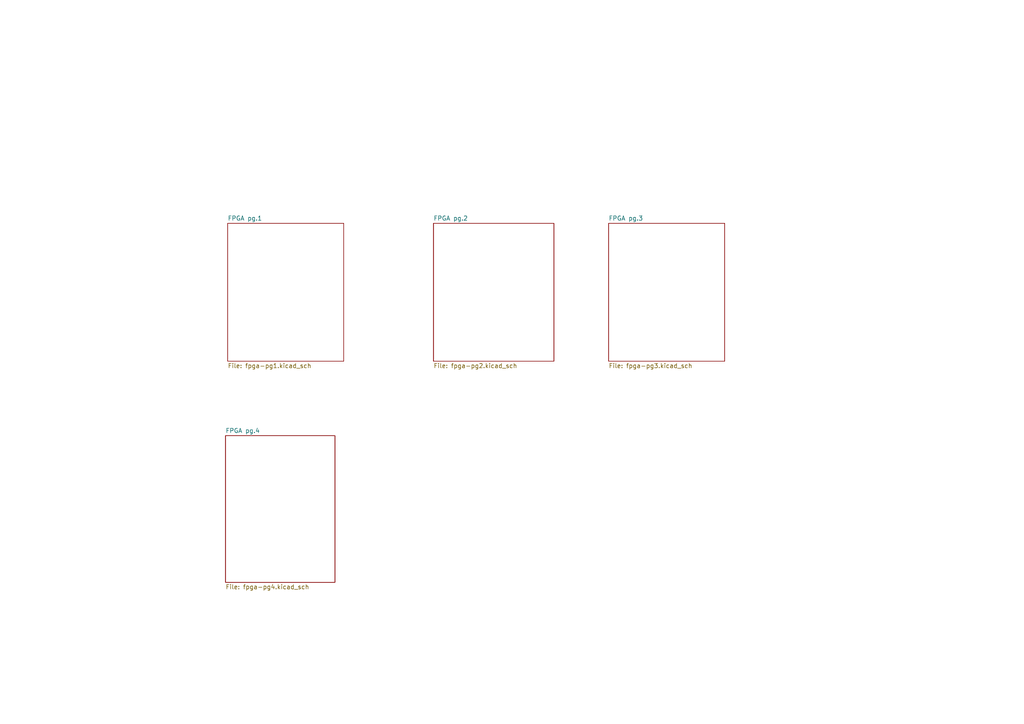
<source format=kicad_sch>
(kicad_sch
	(version 20231120)
	(generator "eeschema")
	(generator_version "8.0")
	(uuid "b00a5c14-77e9-4757-b912-32bbf856c561")
	(paper "A4")
	(lib_symbols)
	(sheet
		(at 65.405 126.365)
		(size 31.75 42.545)
		(fields_autoplaced yes)
		(stroke
			(width 0.1524)
			(type solid)
		)
		(fill
			(color 0 0 0 0.0000)
		)
		(uuid "0be3540d-0ef7-4890-b983-c7f7caf1a192")
		(property "Sheetname" "FPGA pg.4"
			(at 65.405 125.6534 0)
			(effects
				(font
					(size 1.27 1.27)
				)
				(justify left bottom)
			)
		)
		(property "Sheetfile" "fpga-pg4.kicad_sch"
			(at 65.405 169.4946 0)
			(effects
				(font
					(size 1.27 1.27)
				)
				(justify left top)
			)
		)
		(instances
			(project "logix-core"
				(path "/cf3b7c5f-6ddc-4e3f-9529-0bcf5eec6f23/824409ff-e0aa-4944-ad80-228eadb659f9"
					(page "6")
				)
			)
		)
	)
	(sheet
		(at 66.04 64.77)
		(size 33.655 40.005)
		(fields_autoplaced yes)
		(stroke
			(width 0.1524)
			(type solid)
		)
		(fill
			(color 0 0 0 0.0000)
		)
		(uuid "6d33460e-8460-4615-81a1-821cfc5afbfb")
		(property "Sheetname" "FPGA pg.1"
			(at 66.04 64.0584 0)
			(effects
				(font
					(size 1.27 1.27)
				)
				(justify left bottom)
			)
		)
		(property "Sheetfile" "fpga-pg1.kicad_sch"
			(at 66.04 105.3596 0)
			(effects
				(font
					(size 1.27 1.27)
				)
				(justify left top)
			)
		)
		(instances
			(project "logix-core"
				(path "/cf3b7c5f-6ddc-4e3f-9529-0bcf5eec6f23/824409ff-e0aa-4944-ad80-228eadb659f9"
					(page "3")
				)
			)
		)
	)
	(sheet
		(at 176.53 64.77)
		(size 33.655 40.005)
		(fields_autoplaced yes)
		(stroke
			(width 0.1524)
			(type solid)
		)
		(fill
			(color 0 0 0 0.0000)
		)
		(uuid "9208eeea-aa23-4f0a-a0f4-52abaf751fbe")
		(property "Sheetname" "FPGA pg.3"
			(at 176.53 64.0584 0)
			(effects
				(font
					(size 1.27 1.27)
				)
				(justify left bottom)
			)
		)
		(property "Sheetfile" "fpga-pg3.kicad_sch"
			(at 176.53 105.3596 0)
			(effects
				(font
					(size 1.27 1.27)
				)
				(justify left top)
			)
		)
		(instances
			(project "logix-core"
				(path "/cf3b7c5f-6ddc-4e3f-9529-0bcf5eec6f23/824409ff-e0aa-4944-ad80-228eadb659f9"
					(page "5")
				)
			)
		)
	)
	(sheet
		(at 125.73 64.77)
		(size 34.925 40.005)
		(fields_autoplaced yes)
		(stroke
			(width 0.1524)
			(type solid)
		)
		(fill
			(color 0 0 0 0.0000)
		)
		(uuid "ef0e681f-7e48-49e7-97b6-3e59888d2858")
		(property "Sheetname" "FPGA pg.2"
			(at 125.73 64.0584 0)
			(effects
				(font
					(size 1.27 1.27)
				)
				(justify left bottom)
			)
		)
		(property "Sheetfile" "fpga-pg2.kicad_sch"
			(at 125.73 105.3596 0)
			(effects
				(font
					(size 1.27 1.27)
				)
				(justify left top)
			)
		)
		(instances
			(project "logix-core"
				(path "/cf3b7c5f-6ddc-4e3f-9529-0bcf5eec6f23/824409ff-e0aa-4944-ad80-228eadb659f9"
					(page "4")
				)
			)
		)
	)
)

</source>
